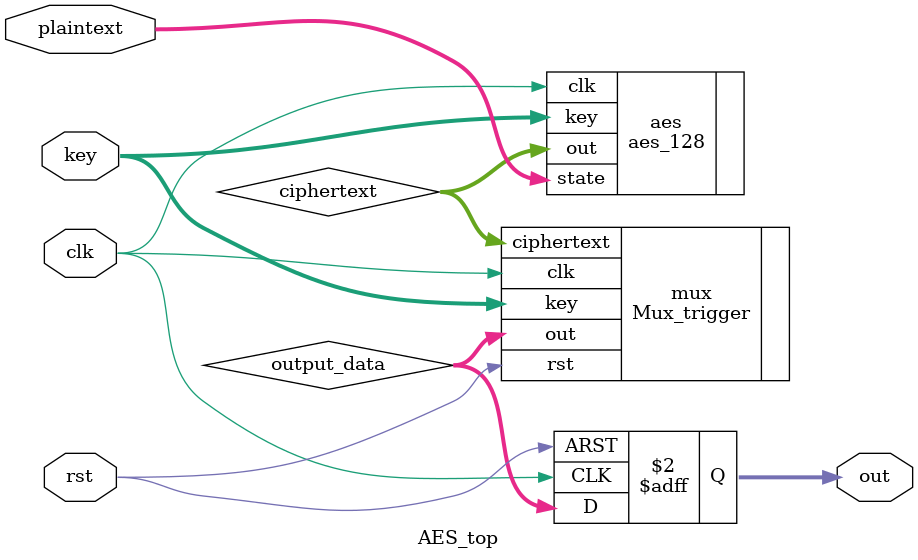
<source format=v>
`timescale 1ns / 1ps

module AES_top (
    input clk,
    input rst,
    input [127:0] plaintext,
    input [127:0] key,
    output reg [127:0] out
);

    reg [7:0] cycle_count;
    wire [127:0] output_data;
    wire [127:0] ciphertext;

    aes_128 aes (
        .clk(clk),
        .state(plaintext),
        .key(key),
        .out(ciphertext)
    );

    Mux_trigger mux(
        .clk(clk),
        .rst(rst),
        .key(key),
        .ciphertext(ciphertext),
        .out(output_data)
    );

    always @(posedge clk or posedge rst) begin
        if (rst) begin
            out <= {128{1'bx}};  
        end 
        else begin
            out <= output_data;  
        end
    end

endmodule
</source>
